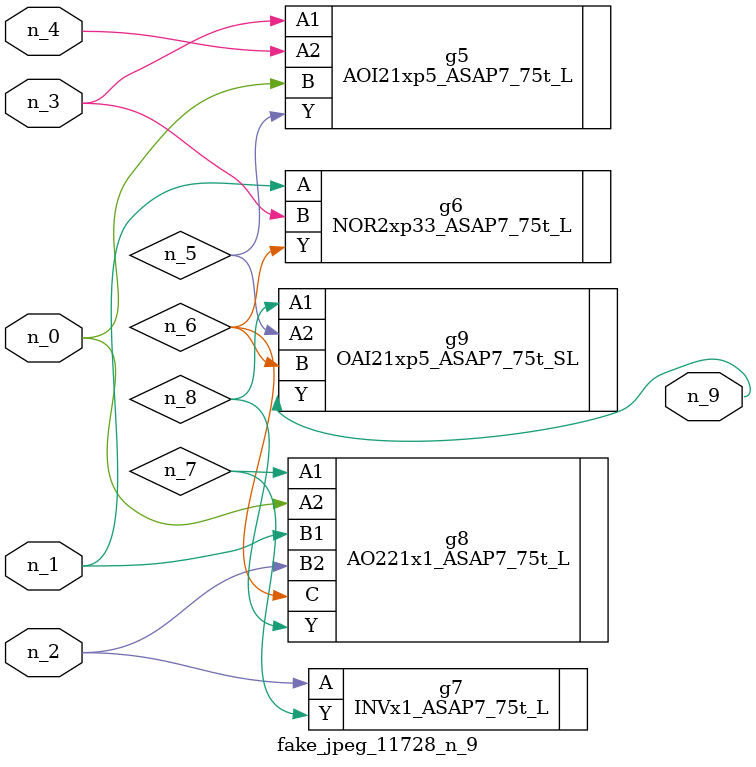
<source format=v>
module fake_jpeg_11728_n_9 (n_3, n_2, n_1, n_0, n_4, n_9);

input n_3;
input n_2;
input n_1;
input n_0;
input n_4;

output n_9;

wire n_8;
wire n_6;
wire n_5;
wire n_7;

AOI21xp5_ASAP7_75t_L g5 ( 
.A1(n_3),
.A2(n_4),
.B(n_0),
.Y(n_5)
);

NOR2xp33_ASAP7_75t_L g6 ( 
.A(n_1),
.B(n_3),
.Y(n_6)
);

INVx1_ASAP7_75t_L g7 ( 
.A(n_2),
.Y(n_7)
);

AO221x1_ASAP7_75t_L g8 ( 
.A1(n_7),
.A2(n_0),
.B1(n_1),
.B2(n_2),
.C(n_6),
.Y(n_8)
);

OAI21xp5_ASAP7_75t_SL g9 ( 
.A1(n_8),
.A2(n_5),
.B(n_6),
.Y(n_9)
);


endmodule
</source>
